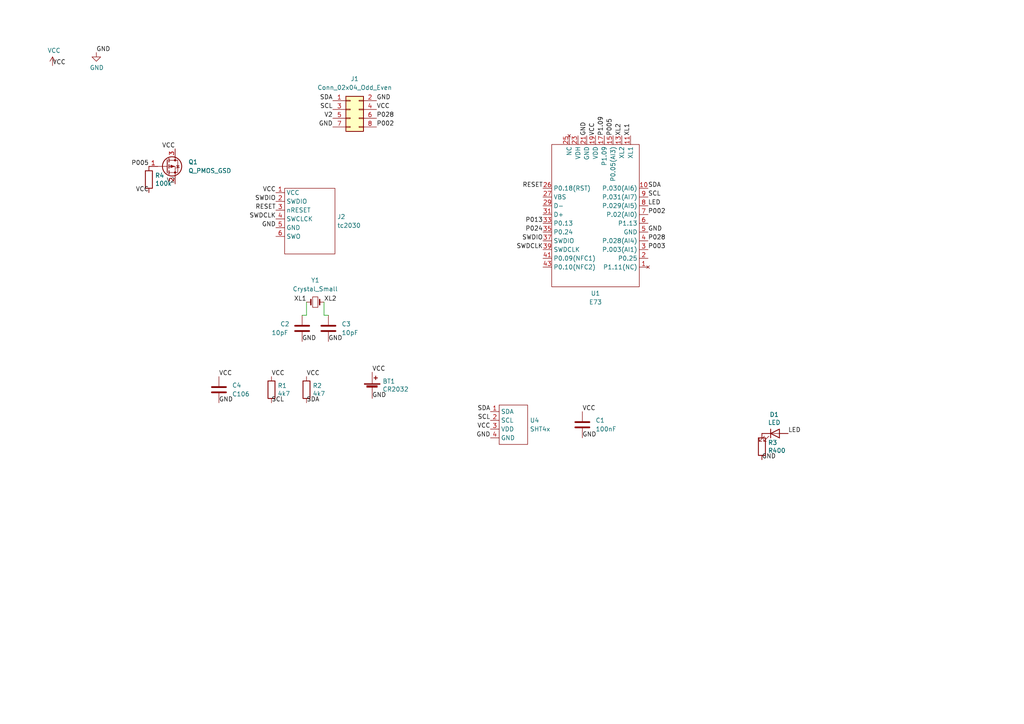
<source format=kicad_sch>
(kicad_sch (version 20211123) (generator eeschema)
  (paper "A4")
  (lib_symbols
    (symbol "Connector_Generic:Conn_02x04_Odd_Even" (pin_names (offset 1.016) hide)
      (property "Reference" "J" (at 1.27 5.08 0))
      (property "Value" "Conn_02x04_Odd_Even" (at 1.27 -7.62 0))
      (symbol "Conn_02x04_Odd_Even_1_1"
        (rectangle (start -1.27 -4.953) (end 0 -5.207) (stroke (width 0.1524)))
        (rectangle (start -1.27 -2.413) (end 0 -2.667) (stroke (width 0.1524)))
        (rectangle (start -1.27 0.127) (end 0 -0.127) (stroke (width 0.1524)))
        (rectangle (start -1.27 2.667) (end 0 2.413) (stroke (width 0.1524)))
        (rectangle (start -1.27 3.81) (end 3.81 -6.35) (stroke (width 0.254)) (fill (type background)))
        (rectangle (start 3.81 -4.953) (end 2.54 -5.207) (stroke (width 0.1524)))
        (rectangle (start 3.81 -2.413) (end 2.54 -2.667) (stroke (width 0.1524)))
        (rectangle (start 3.81 0.127) (end 2.54 -0.127) (stroke (width 0.1524)))
        (rectangle (start 3.81 2.667) (end 2.54 2.413) (stroke (width 0.1524)))
        (pin passive line (at -5.08 2.54 0) (length 3.81) (name "Pin_1") (number "1"))
        (pin passive line (at 7.62 2.54 180) (length 3.81) (name "Pin_2") (number "2"))
        (pin passive line (at -5.08 0 0) (length 3.81) (name "Pin_3") (number "3"))
        (pin passive line (at 7.62 0 180) (length 3.81) (name "Pin_4") (number "4"))
        (pin passive line (at -5.08 -2.54 0) (length 3.81) (name "Pin_5") (number "5"))
        (pin passive line (at 7.62 -2.54 180) (length 3.81) (name "Pin_6") (number "6"))
        (pin passive line (at -5.08 -5.08 0) (length 3.81) (name "Pin_7") (number "7"))
        (pin passive line (at 7.62 -5.08 180) (length 3.81) (name "Pin_8") (number "8"))
      )
    )
    (symbol "Device:Battery_Cell" (pin_numbers hide) (pin_names (offset 0) hide)
      (property "Reference" "BT" (at 2.54 2.54 0))
      (property "Value" "Battery_Cell" (at 2.54 0 0))
      (symbol "Battery_Cell_0_1"
        (rectangle (start -2.286 1.778) (end 2.286 1.524) (fill (type outline)))
        (rectangle (start -1.5748 1.1938) (end 1.4732 0.6858) (fill (type outline)))
        (polyline (pts (xy 0 0.762) (xy 0 0)))
        (polyline (pts (xy 0 1.778) (xy 0 2.54)))
        (polyline (pts (xy 0.508 3.429) (xy 1.524 3.429)) (stroke (width 0.254)))
        (polyline (pts (xy 1.016 3.937) (xy 1.016 2.921)) (stroke (width 0.254)))
      )
      (symbol "Battery_Cell_1_1"
        (pin passive line (at 0 5.08 270) (length 2.54) (name "+") (number "1"))
        (pin passive line (at 0 -2.54 90) (length 2.54) (name "-") (number "2"))
      )
    )
    (symbol "Device:C" (pin_numbers hide) (pin_names (offset 0.254))
      (property "Reference" "C" (at 0.635 2.54 0))
      (property "Value" "C" (at 0.635 -2.54 0))
      (symbol "C_0_1"
        (polyline (pts (xy -2.032 -0.762) (xy 2.032 -0.762)) (stroke (width 0.508)))
        (polyline (pts (xy -2.032 0.762) (xy 2.032 0.762)) (stroke (width 0.508)))
      )
      (symbol "C_1_1"
        (pin passive line (at 0 3.81 270) (length 2.794) (name "~") (number "1"))
        (pin passive line (at 0 -3.81 90) (length 2.794) (name "~") (number "2"))
      )
    )
    (symbol "Device:Crystal_Small" (pin_numbers hide) (pin_names (offset 1.016) hide)
      (property "Reference" "Y" (at 0 2.54 0))
      (property "Value" "Crystal_Small" (at 0 -2.54 0))
      (symbol "Crystal_Small_0_1"
        (rectangle (start -0.762 -1.524) (end 0.762 1.524))
        (polyline (pts (xy -1.27 -0.762) (xy -1.27 0.762)) (stroke (width 0.381)))
        (polyline (pts (xy 1.27 -0.762) (xy 1.27 0.762)) (stroke (width 0.381)))
      )
      (symbol "Crystal_Small_1_1"
        (pin passive line (at -2.54 0 0) (length 1.27) (name "1") (number "1"))
        (pin passive line (at 2.54 0 180) (length 1.27) (name "2") (number "2"))
      )
    )
    (symbol "Device:LED" (pin_numbers hide) (pin_names (offset 1.016) hide)
      (property "Reference" "D" (at 0 2.54 0))
      (property "Value" "LED" (at 0 -2.54 0))
      (symbol "LED_0_1"
        (polyline (pts (xy -1.27 -1.27) (xy -1.27 1.27)) (stroke (width 0.254)))
        (polyline (pts (xy -1.27 0) (xy 1.27 0)))
        (polyline (pts (xy 1.27 -1.27) (xy 1.27 1.27) (xy -1.27 0) (xy 1.27 -1.27)) (stroke (width 0.254)))
        (polyline (pts (xy -3.048 -0.762) (xy -4.572 -2.286) (xy -3.81 -2.286) (xy -4.572 -2.286) (xy -4.572 -1.524)))
        (polyline (pts (xy -1.778 -0.762) (xy -3.302 -2.286) (xy -2.54 -2.286) (xy -3.302 -2.286) (xy -3.302 -1.524)))
      )
      (symbol "LED_1_1"
        (pin passive line (at -3.81 0 0) (length 2.54) (name "K") (number "1"))
        (pin passive line (at 3.81 0 180) (length 2.54) (name "A") (number "2"))
      )
    )
    (symbol "Device:Q_PMOS_GSD" (pin_names (offset 0) hide)
      (property "Reference" "Q" (at 5.08 1.27 0))
      (property "Value" "Q_PMOS_GSD" (at 5.08 -1.27 0))
      (symbol "Q_PMOS_GSD_0_1"
        (polyline (pts (xy 0.254 0) (xy -2.54 0)))
        (polyline (pts (xy 0.254 1.905) (xy 0.254 -1.905)) (stroke (width 0.254)))
        (polyline (pts (xy 0.762 -1.27) (xy 0.762 -2.286)) (stroke (width 0.254)))
        (polyline (pts (xy 0.762 0.508) (xy 0.762 -0.508)) (stroke (width 0.254)))
        (polyline (pts (xy 0.762 2.286) (xy 0.762 1.27)) (stroke (width 0.254)))
        (polyline (pts (xy 2.54 2.54) (xy 2.54 1.778)))
        (polyline (pts (xy 2.54 -2.54) (xy 2.54 0) (xy 0.762 0)))
        (polyline (pts (xy 0.762 1.778) (xy 3.302 1.778) (xy 3.302 -1.778) (xy 0.762 -1.778)))
        (polyline (pts (xy 2.286 0) (xy 1.27 0.381) (xy 1.27 -0.381) (xy 2.286 0)) (fill (type outline)))
        (polyline (pts (xy 2.794 -0.508) (xy 2.921 -0.381) (xy 3.683 -0.381) (xy 3.81 -0.254)))
        (polyline (pts (xy 3.302 -0.381) (xy 2.921 0.254) (xy 3.683 0.254) (xy 3.302 -0.381)))
        (circle (center 1.651 0) (radius 2.794) (stroke (width 0.254)))
        (circle (center 2.54 -1.778) (radius 0.254) (fill (type outline)))
        (circle (center 2.54 1.778) (radius 0.254) (fill (type outline)))
      )
      (symbol "Q_PMOS_GSD_1_1"
        (pin input line (at -5.08 0 0) (length 2.54) (name "G") (number "1"))
        (pin passive line (at 2.54 -5.08 90) (length 2.54) (name "S") (number "2"))
        (pin passive line (at 2.54 5.08 270) (length 2.54) (name "D") (number "3"))
      )
    )
    (symbol "Device:R" (pin_numbers hide) (pin_names (offset 0))
      (property "Reference" "R" (at 2.032 0 90))
      (property "Value" "R" (at 0 0 90))
      (symbol "R_0_1"
        (rectangle (start -1.016 -2.54) (end 1.016 2.54) (stroke (width 0.254)))
      )
      (symbol "R_1_1"
        (pin passive line (at 0 3.81 270) (length 1.27) (name "~") (number "1"))
        (pin passive line (at 0 -3.81 90) (length 1.27) (name "~") (number "2"))
      )
    )
    (symbol "HASymbols:E73"
      (property "Reference" "U" (at 0.635 0 0))
      (property "Value" "E73" (at -0.635 -1.905 0))
      (symbol "E73_0_1"
        (rectangle (start -12.7 -3.175) (end 12.7 38.1))
      )
      (symbol "E73_1_1"
        (pin no_connect line (at 15.24 2.54 180) (length 2.54) (name "P1.11(NC)") (number "1"))
        (pin bidirectional line (at 15.24 25.4 180) (length 2.54) (name "P.030(AI6)") (number "10"))
        (pin input line (at 10.16 40.64 270) (length 2.54) (name "XL1") (number "11"))
        (pin input line (at 7.62 40.64 270) (length 2.54) (name "XL2") (number "13"))
        (pin input line (at 5.08 40.64 270) (length 2.54) (name "P0.05(AI3)") (number "15"))
        (pin bidirectional line (at 2.54 40.64 270) (length 2.54) (name "P1.09") (number "17"))
        (pin power_in line (at 0 40.64 270) (length 2.54) (name "VDD") (number "19"))
        (pin bidirectional line (at 15.24 5.08 180) (length 2.54) (name "P0.25") (number "2"))
        (pin power_in line (at -2.54 40.64 270) (length 2.54) (name "GND") (number "21"))
        (pin power_in line (at -5.08 40.64 270) (length 2.54) (name "VDH") (number "23"))
        (pin no_connect line (at -7.62 40.64 270) (length 2.54) (name "NC") (number "25"))
        (pin input line (at -15.24 25.4 0) (length 2.54) (name "P0.18(RST)") (number "26"))
        (pin power_in line (at -15.24 22.86 0) (length 2.54) (name "VBS") (number "27"))
        (pin power_in line (at -15.24 20.32 0) (length 2.54) (name "D-") (number "29"))
        (pin bidirectional line (at 15.24 7.62 180) (length 2.54) (name "P.003(AI1)") (number "3"))
        (pin power_in line (at -15.24 17.78 0) (length 2.54) (name "D+") (number "31"))
        (pin bidirectional line (at -15.24 15.24 0) (length 2.54) (name "P0.13") (number "33"))
        (pin bidirectional line (at -15.24 12.7 0) (length 2.54) (name "P0.24") (number "35"))
        (pin bidirectional line (at -15.24 10.16 0) (length 2.54) (name "SWDIO") (number "37"))
        (pin bidirectional line (at -15.24 7.62 0) (length 2.54) (name "SWDCLK") (number "39"))
        (pin bidirectional line (at 15.24 10.16 180) (length 2.54) (name "P.028(AI4)") (number "4"))
        (pin bidirectional line (at -15.24 5.08 0) (length 2.54) (name "P0.09(NFC1)") (number "41"))
        (pin bidirectional line (at -15.24 2.54 0) (length 2.54) (name "P0.10(NFC2)") (number "43"))
        (pin power_in line (at 15.24 12.7 180) (length 2.54) (name "GND") (number "5"))
        (pin bidirectional line (at 15.24 15.24 180) (length 2.54) (name "P1.13") (number "6"))
        (pin bidirectional line (at 15.24 17.78 180) (length 2.54) (name "P.02(AI0)") (number "7"))
        (pin bidirectional line (at 15.24 20.32 180) (length 2.54) (name "P.029(AI5)") (number "8"))
        (pin bidirectional line (at 15.24 22.86 180) (length 2.54) (name "P.031(AI7)") (number "9"))
      )
    )
    (symbol "HASymbols:SHT4x"
      (property "Reference" "U" (at -2.54 6.985 0))
      (property "Value" "SHT4x" (at -1.27 -6.985 0))
      (symbol "SHT4x_0_1"
        (rectangle (start -3.81 5.715) (end 4.445 -5.715))
      )
      (symbol "SHT4x_1_1"
        (pin bidirectional line (at -6.35 3.81 0) (length 2.54) (name "SDA") (number "1"))
        (pin input line (at -6.35 1.27 0) (length 2.54) (name "SCL") (number "2"))
        (pin input line (at -6.35 -1.27 0) (length 2.54) (name "VDD") (number "3"))
        (pin input line (at -6.35 -3.81 0) (length 2.54) (name "GND") (number "4"))
      )
    )
    (symbol "HASymbols:tc2030"
      (property "Reference" "J" (at 8.89 5.08 0))
      (property "Value" "tc2030" (at 8.89 2.54 0))
      (symbol "tc2030_0_1"
        (rectangle (start 0 19.05) (end 14.605 0))
      )
      (symbol "tc2030_1_1"
        (pin power_in line (at -2.54 17.78 0) (length 2.54) (name "VCC") (number "1"))
        (pin bidirectional line (at -2.54 15.24 0) (length 2.54) (name "SWDIO") (number "2"))
        (pin input line (at -2.54 12.7 0) (length 2.54) (name "nRESET") (number "3"))
        (pin input line (at -2.54 10.16 0) (length 2.54) (name "SWCLCK") (number "4"))
        (pin power_in line (at -2.54 7.62 0) (length 2.54) (name "GND") (number "5"))
        (pin power_in line (at -2.54 5.08 0) (length 2.54) (name "SWO") (number "6"))
      )
    )
    (symbol "power:GND" (power) (pin_names (offset 0))
      (property "Value" "GND" (at 0 -3.81 0))
      (symbol "GND_0_1"
        (polyline (pts (xy 0 0) (xy 0 -1.27) (xy 1.27 -1.27) (xy 0 -2.54) (xy -1.27 -1.27) (xy 0 -1.27)))
      )
      (symbol "GND_1_1"
        (pin power_in line (at 0 0 270) (length 0) hide (name "GND") (number "1"))
      )
    )
    (symbol "power:VCC" (power) (pin_names (offset 0))
      (property "Value" "VCC" (at 0 3.81 0))
      (symbol "VCC_0_1"
        (polyline (pts (xy -0.762 1.27) (xy 0 2.54)))
        (polyline (pts (xy 0 0) (xy 0 2.54)))
        (polyline (pts (xy 0 2.54) (xy 0.762 1.27)))
      )
      (symbol "VCC_1_1"
        (pin power_in line (at 0 0 90) (length 0) hide (name "VCC") (number "1"))
      )
    )
  )
  (wire (pts (xy 93.98 91.44) (xy 95.25 91.44)))
  (wire (pts (xy 88.9 91.44) (xy 87.63 91.44)))
  (wire (pts (xy 93.98 87.63) (xy 93.98 91.44)))
  (wire (pts (xy 88.9 87.63) (xy 88.9 91.44)))
  (label "XL1" (at 88.9 87.63 180))
  (label "GND" (at 142.24 127 180))
  (label "SWDCLK" (at 80.01 63.5 180))
  (label "P024" (at 157.48 67.31 180))
  (label "SCL" (at 96.52 31.75 180))
  (label "LED" (at 187.96 59.69 0))
  (label "GND" (at 168.91 127 0))
  (label "LED" (at 228.6 125.73 0))
  (label "VCC" (at 80.01 55.88 180))
  (label "XL2" (at 180.34 39.37 90))
  (label "GND" (at 96.52 36.83 180))
  (label "SWDIO" (at 157.48 69.85 180))
  (label "SWDCLK" (at 157.48 72.39 180))
  (label "VCC" (at 43.18 55.88 180))
  (label "P002" (at 109.22 36.83 0))
  (label "XL1" (at 182.88 39.37 90))
  (label "P002" (at 187.96 62.23 0))
  (label "GND" (at 170.18 39.37 90))
  (label "GND" (at 187.96 67.31 0))
  (label "P028" (at 109.22 34.29 0))
  (label "GND" (at 63.5 116.84 0))
  (label "SDA" (at 187.96 54.61 0))
  (label "P028" (at 187.96 69.85 0))
  (label "SWDIO" (at 80.01 58.42 180))
  (label "GND" (at 95.25 99.06 0))
  (label "VCC" (at 168.91 119.38 0))
  (label "RESET" (at 157.48 54.61 180))
  (label "GND" (at 220.98 133.35 0))
  (label "SCL" (at 187.96 57.15 0))
  (label "P1.09" (at 175.26 39.37 90))
  (label "GND" (at 80.01 66.04 180))
  (label "VCC" (at 88.9 109.22 0))
  (label "V2" (at 50.8 53.34 180))
  (label "VCC" (at 142.24 124.46 180))
  (label "SCL" (at 78.74 116.84 0))
  (label "SDA" (at 88.9 116.84 0))
  (label "VCC" (at 63.5 109.22 0))
  (label "SDA" (at 142.24 119.38 180))
  (label "SCL" (at 142.24 121.92 180))
  (label "GND" (at 107.95 115.57 0))
  (label "VCC" (at 15.24 19.05 0))
  (label "VCC" (at 109.22 31.75 0))
  (label "VCC" (at 78.74 109.22 0))
  (label "VCC" (at 50.8 43.18 180))
  (label "GND" (at 27.94 15.24 0))
  (label "P013" (at 157.48 64.77 180))
  (label "VCC" (at 107.95 107.95 0))
  (label "P005" (at 43.18 48.26 180))
  (label "XL2" (at 93.98 87.63 0))
  (label "GND" (at 109.22 29.21 0))
  (label "VCC" (at 172.72 39.37 90))
  (label "GND" (at 87.63 99.06 0))
  (label "P005" (at 177.8 39.37 90))
  (label "SDA" (at 96.52 29.21 180))
  (label "P003" (at 187.96 72.39 0))
  (label "RESET" (at 80.01 60.96 180))
  (label "V2" (at 96.52 34.29 180))
  (symbol (lib_id "power:GND") (at 27.94 15.24 0) (unit 1)
    (property "Reference" "#PWR01" (effects hide))
    (property "Value" "GND" (at 28.067 19.6342 0))
  )
  (symbol (lib_id "power:VCC") (at 15.24 19.05 0) (unit 1)
    (property "Reference" "#PWR02" (effects hide))
    (property "Value" "VCC" (at 15.6718 14.6558 0))
  )
  (symbol (lib_id "Device:R") (at 78.74 113.03 0) (unit 1)
    (property "Reference" "R1" (at 80.518 111.8616 0) (effects (justify left)))
    (property "Value" "4k7" (at 80.518 114.173 0) (effects (justify left)))
    (property "Footprint" "halib:R_0603_Compact_hand" (effects hide))
  )
  (symbol (lib_id "Device:R") (at 88.9 113.03 0) (unit 1)
    (property "Reference" "R2" (at 90.678 111.8616 0) (effects (justify left)))
    (property "Value" "4k7" (at 90.678 114.173 0) (effects (justify left)))
    (property "Footprint" "halib:R_0603_Compact_hand" (effects hide))
  )
  (symbol (lib_id "Device:LED") (at 224.79 125.73 0) (unit 1)
    (property "Reference" "D1" (at 224.5614 120.2436 0))
    (property "Value" "LED" (at 224.5614 122.555 0))
    (property "Footprint" "LEDs:LED_0805" (effects hide))
  )
  (symbol (lib_id "Device:R") (at 220.98 129.54 0) (unit 1)
    (property "Reference" "R3" (at 222.758 128.3716 0) (effects (justify left)))
    (property "Value" "R400" (at 222.758 130.683 0) (effects (justify left)))
    (property "Footprint" "halib:R_0603_Compact_hand" (effects hide))
  )
  (symbol (lib_id "Device:Battery_Cell") (at 107.95 113.03 0) (unit 1)
    (property "Reference" "BT1" (at 110.9472 110.5916 0) (effects (justify left)))
    (property "Value" "CR2032" (at 110.9472 112.903 0) (effects (justify left)))
    (property "Footprint" "halib:2032-SMD_COMPACT" (effects hide))
  )
  (symbol (lib_id "Device:Crystal_Small") (at 91.44 87.63 180) (unit 1)
    (property "Reference" "Y1" (at 91.44 81.28 0))
    (property "Value" "Crystal_Small" (at 91.44 83.82 0))
    (property "Footprint" "Crystal:Crystal_SMD_MicroCrystal_CM9V-T1A-2Pin_1.6x1.0mm" (effects hide))
  )
  (symbol (lib_id "Connector_Generic:Conn_02x04_Odd_Even") (at 101.6 31.75 0) (unit 1)
    (property "Reference" "J1" (at 102.87 22.86 0))
    (property "Value" "Conn_02x04_Odd_Even" (at 102.87 25.4 0))
    (property "Footprint" "Connector_PinSocket_2.54mm:PinSocket_2x04_P2.54mm_Vertical_SMD" (effects hide))
  )
  (symbol (lib_id "Device:R") (at 43.18 52.07 0) (unit 1)
    (property "Reference" "R4" (at 44.958 50.9016 0) (effects (justify left)))
    (property "Value" "100k" (at 44.958 53.213 0) (effects (justify left)))
    (property "Footprint" "halib:R_0603_Compact_hand" (effects hide))
  )
  (symbol (lib_id "Device:C") (at 168.91 123.19 0) (unit 1)
    (property "Reference" "C1" (at 172.72 121.9199 0) (effects (justify left)))
    (property "Value" "100nF" (at 172.72 124.4599 0) (effects (justify left)))
    (property "Footprint" "halib:C_0603_Compact_hand" (effects hide))
  )
  (symbol (lib_id "Device:C") (at 95.25 95.25 0) (unit 1)
    (property "Reference" "C3" (at 99.06 93.9799 0) (effects (justify left)))
    (property "Value" "10pF" (at 99.06 96.5199 0) (effects (justify left)))
    (property "Footprint" "halib:C_0603_Compact_hand" (effects hide))
  )
  (symbol (lib_id "Device:C") (at 87.63 95.25 0) (unit 1)
    (property "Reference" "C2" (at 81.28 93.98 0) (effects (justify left)))
    (property "Value" "10pF" (at 78.74 96.52 0) (effects (justify left)))
    (property "Footprint" "halib:C_0603_Compact_hand" (effects hide))
  )
  (symbol (lib_id "HASymbols:E73") (at 172.72 80.01 0) (unit 1)
    (property "Reference" "U1" (at 172.72 85.09 0))
    (property "Value" "E73" (at 172.72 87.63 0))
    (property "Footprint" "halib:E73" (effects hide))
  )
  (symbol (lib_id "HASymbols:SHT4x") (at 148.59 123.19 0) (unit 1)
    (property "Reference" "U4" (at 153.67 121.9199 0) (effects (justify left)))
    (property "Value" "SHT4x" (at 153.67 124.4599 0) (effects (justify left)))
    (property "Footprint" "halib:SHT4x" (effects hide))
  )
  (symbol (lib_id "Device:Q_PMOS_GSD") (at 48.26 48.26 0) (unit 1)
    (property "Reference" "Q1" (at 54.61 46.9899 0) (effects (justify left)))
    (property "Value" "Q_PMOS_GSD" (at 54.61 49.5299 0) (effects (justify left)))
    (property "Footprint" "Package_TO_SOT_SMD:SOT-23" (effects hide))
  )
  (symbol (lib_id "HASymbols:tc2030") (at 82.55 73.66 0) (unit 1)
    (property "Reference" "J2" (at 97.79 62.8649 0) (effects (justify left)))
    (property "Value" "tc2030" (at 97.79 65.4049 0) (effects (justify left)))
    (property "Footprint" "halib:TC2030" (effects hide))
  )
  (symbol (lib_id "Device:C") (at 63.5 113.03 0) (unit 1)
    (property "Reference" "C4" (at 67.31 111.7599 0) (effects (justify left)))
    (property "Value" "C106" (at 67.31 114.2999 0) (effects (justify left)))
    (property "Footprint" "Capacitor_SMD:C_1206_3216Metric_Pad1.33x1.80mm_HandSolder" (effects hide))
  )
)
</source>
